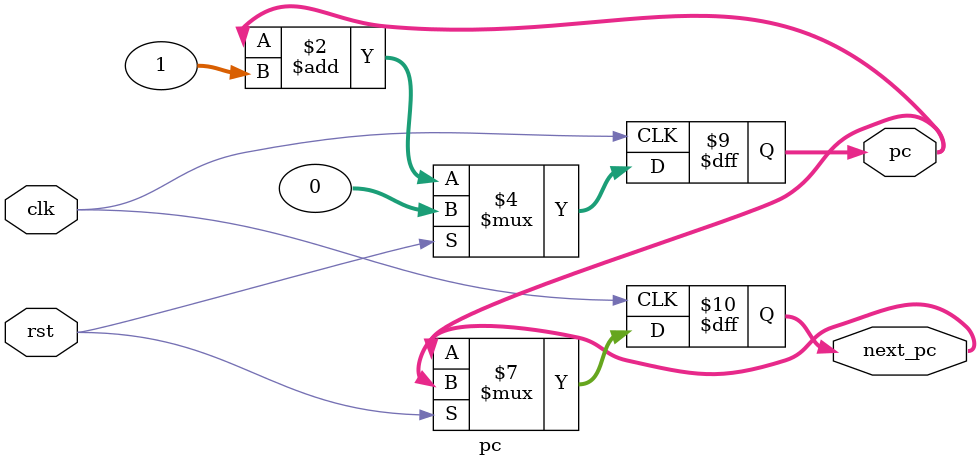
<source format=v>
module pc (
  input rst,
  input clk,
  output reg [31:0] pc,
  output reg [31:0] next_pc
);


always @(posedge clk) begin 
  if(rst) begin
    pc <= 0;
  end
  else begin 
    next_pc <= pc;
    pc <= pc + 1;
  end
end

endmodule

</source>
